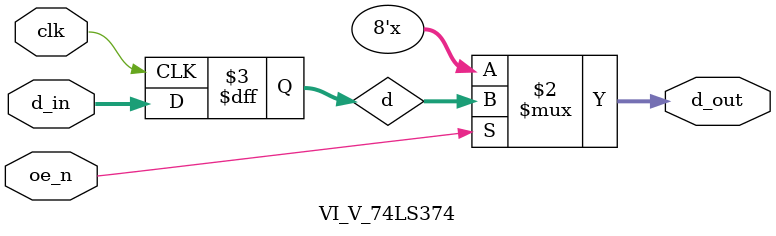
<source format=v>
module VI_V_74LS374
( 
input [7:0] d_in, 
input clk, 
input oe_n, 
output [7:0] d_out 
); 
reg [7:0] d; 
always @(posedge clk) 
begin  
d <= d_in;  
end 
assign d_out = oe_n ? d : 8'bzzzz_zzzz; 
endmodule 
</source>
